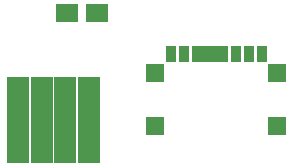
<source format=gts>
G04 #@! TF.GenerationSoftware,KiCad,Pcbnew,(5.1.0)-1*
G04 #@! TF.CreationDate,2019-10-23T17:10:22-04:00*
G04 #@! TF.ProjectId,gc_sp2,67635f73-7032-42e6-9b69-6361645f7063,rev?*
G04 #@! TF.SameCoordinates,Original*
G04 #@! TF.FileFunction,Soldermask,Top*
G04 #@! TF.FilePolarity,Negative*
%FSLAX46Y46*%
G04 Gerber Fmt 4.6, Leading zero omitted, Abs format (unit mm)*
G04 Created by KiCad (PCBNEW (5.1.0)-1) date 2019-10-23 17:10:22*
%MOMM*%
%LPD*%
G04 APERTURE LIST*
%ADD10R,1.900000X7.400000*%
%ADD11R,0.900000X1.400000*%
%ADD12R,1.600000X1.600000*%
%ADD13R,1.900000X1.650000*%
G04 APERTURE END LIST*
D10*
X75500000Y-115900000D03*
X77500000Y-115900000D03*
X79500000Y-115900000D03*
X81500000Y-115900000D03*
D11*
X96100000Y-110300000D03*
X95000000Y-110300000D03*
X93900000Y-110300000D03*
X92800000Y-110300000D03*
X92050000Y-110300000D03*
X91350000Y-110300000D03*
X90600000Y-110300000D03*
X89500000Y-110300000D03*
X88400000Y-110300000D03*
D12*
X87100000Y-111910000D03*
X87100000Y-116360000D03*
X97400000Y-111910000D03*
X97400000Y-116360000D03*
D13*
X79670000Y-106830000D03*
X82170000Y-106830000D03*
M02*

</source>
